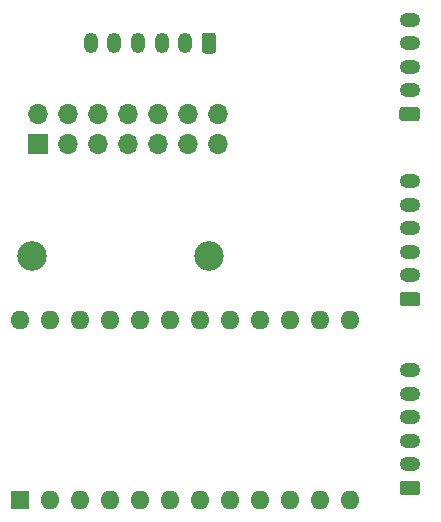
<source format=gbr>
%TF.GenerationSoftware,KiCad,Pcbnew,(5.1.9)-1*%
%TF.CreationDate,2021-10-18T19:29:22-06:00*%
%TF.ProjectId,stick_controller,73746963-6b5f-4636-9f6e-74726f6c6c65,rev?*%
%TF.SameCoordinates,Original*%
%TF.FileFunction,Soldermask,Bot*%
%TF.FilePolarity,Negative*%
%FSLAX46Y46*%
G04 Gerber Fmt 4.6, Leading zero omitted, Abs format (unit mm)*
G04 Created by KiCad (PCBNEW (5.1.9)-1) date 2021-10-18 19:29:22*
%MOMM*%
%LPD*%
G01*
G04 APERTURE LIST*
%ADD10O,1.700000X1.700000*%
%ADD11R,1.700000X1.700000*%
%ADD12R,1.600000X1.600000*%
%ADD13O,1.600000X1.600000*%
%ADD14O,1.750000X1.200000*%
%ADD15O,1.200000X1.750000*%
%ADD16C,2.500000*%
G04 APERTURE END LIST*
D10*
%TO.C,J5*%
X128716000Y-50290000D03*
X128716000Y-52830000D03*
X126176000Y-50290000D03*
X126176000Y-52830000D03*
X123636000Y-50290000D03*
X123636000Y-52830000D03*
X121096000Y-50290000D03*
X121096000Y-52830000D03*
X118556000Y-50290000D03*
X118556000Y-52830000D03*
X116016000Y-50290000D03*
X116016000Y-52830000D03*
X113476000Y-50290000D03*
D11*
X113476000Y-52830000D03*
%TD*%
D12*
%TO.C,U1*%
X111980000Y-83018000D03*
D13*
X139920000Y-67778000D03*
X114520000Y-83018000D03*
X137380000Y-67778000D03*
X117060000Y-83018000D03*
X134840000Y-67778000D03*
X119600000Y-83018000D03*
X132300000Y-67778000D03*
X122140000Y-83018000D03*
X129760000Y-67778000D03*
X124680000Y-83018000D03*
X127220000Y-67778000D03*
X127220000Y-83018000D03*
X124680000Y-67778000D03*
X129760000Y-83018000D03*
X122140000Y-67778000D03*
X132300000Y-83018000D03*
X119600000Y-67778000D03*
X134840000Y-83018000D03*
X117060000Y-67778000D03*
X137380000Y-83018000D03*
X114520000Y-67778000D03*
X139920000Y-83018000D03*
X111980000Y-67778000D03*
%TD*%
D14*
%TO.C,J4*%
X144976000Y-42330000D03*
X144976000Y-44330000D03*
X144976000Y-46330000D03*
X144976000Y-48330000D03*
G36*
G01*
X145601001Y-50930000D02*
X144350999Y-50930000D01*
G75*
G02*
X144101000Y-50680001I0J249999D01*
G01*
X144101000Y-49979999D01*
G75*
G02*
X144350999Y-49730000I249999J0D01*
G01*
X145601001Y-49730000D01*
G75*
G02*
X145851000Y-49979999I0J-249999D01*
G01*
X145851000Y-50680001D01*
G75*
G02*
X145601001Y-50930000I-249999J0D01*
G01*
G37*
%TD*%
D15*
%TO.C,J3*%
X117976000Y-44330000D03*
X119976000Y-44330000D03*
X121976000Y-44330000D03*
X123976000Y-44330000D03*
X125976000Y-44330000D03*
G36*
G01*
X128576000Y-43704999D02*
X128576000Y-44955001D01*
G75*
G02*
X128326001Y-45205000I-249999J0D01*
G01*
X127625999Y-45205000D01*
G75*
G02*
X127376000Y-44955001I0J249999D01*
G01*
X127376000Y-43704999D01*
G75*
G02*
X127625999Y-43455000I249999J0D01*
G01*
X128326001Y-43455000D01*
G75*
G02*
X128576000Y-43704999I0J-249999D01*
G01*
G37*
%TD*%
D14*
%TO.C,J2*%
X145000000Y-72000000D03*
X145000000Y-74000000D03*
X145000000Y-76000000D03*
X145000000Y-78000000D03*
X145000000Y-80000000D03*
G36*
G01*
X145625001Y-82600000D02*
X144374999Y-82600000D01*
G75*
G02*
X144125000Y-82350001I0J249999D01*
G01*
X144125000Y-81649999D01*
G75*
G02*
X144374999Y-81400000I249999J0D01*
G01*
X145625001Y-81400000D01*
G75*
G02*
X145875000Y-81649999I0J-249999D01*
G01*
X145875000Y-82350001D01*
G75*
G02*
X145625001Y-82600000I-249999J0D01*
G01*
G37*
%TD*%
%TO.C,J1*%
X145000000Y-56000000D03*
X145000000Y-58000000D03*
X145000000Y-60000000D03*
X145000000Y-62000000D03*
X145000000Y-64000000D03*
G36*
G01*
X145625001Y-66600000D02*
X144374999Y-66600000D01*
G75*
G02*
X144125000Y-66350001I0J249999D01*
G01*
X144125000Y-65649999D01*
G75*
G02*
X144374999Y-65400000I249999J0D01*
G01*
X145625001Y-65400000D01*
G75*
G02*
X145875000Y-65649999I0J-249999D01*
G01*
X145875000Y-66350001D01*
G75*
G02*
X145625001Y-66600000I-249999J0D01*
G01*
G37*
%TD*%
D16*
%TO.C,H2*%
X127976000Y-62330000D03*
%TD*%
%TO.C,H1*%
X112976000Y-62330000D03*
%TD*%
M02*

</source>
